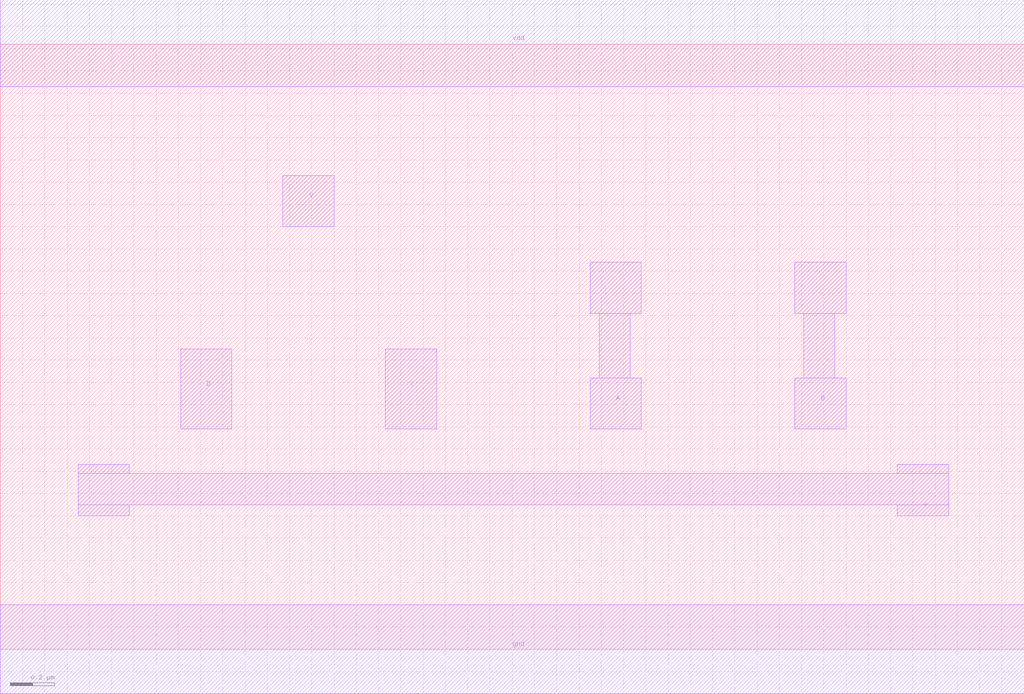
<source format=lef>
VERSION 5.7 ;
  NOWIREEXTENSIONATPIN ON ;
  DIVIDERCHAR "/" ;
  BUSBITCHARS "[]" ;
MACRO AOI22X1
  CLASS CORE ;
  FOREIGN AOI22X1 ;
  ORIGIN 0.000 0.000 ;
  SIZE 4.600 BY 2.720 ;
  SYMMETRY X Y R90 ;
  SITE unithd ;
  PIN vdd
    DIRECTION INOUT ;
    USE POWER ;
    SHAPE ABUTMENT ;
    PORT
      LAYER met2 ;
        RECT 0.000 2.530 4.600 2.920 ;
    END
  END vdd
  PIN gnd
    DIRECTION INOUT ;
    USE GROUND ;
    SHAPE ABUTMENT ;
    PORT
      LAYER met2 ;
        RECT 0.000 -0.200 4.600 0.200 ;
    END
  END gnd
  PIN Y
    DIRECTION INOUT ;
    USE SIGNAL ;
    SHAPE ABUTMENT ;
    PORT
      LAYER met2 ;
        RECT 1.270 1.900 1.500 2.130 ;
    END
    PORT
      LAYER met2 ;
        RECT 0.350 0.790 0.580 0.830 ;
        RECT 4.030 0.790 4.260 0.830 ;
        RECT 0.350 0.650 4.260 0.790 ;
        RECT 0.350 0.600 0.580 0.650 ;
        RECT 4.030 0.600 4.260 0.650 ;
    END
  END Y
  PIN C
    DIRECTION INOUT ;
    USE SIGNAL ;
    SHAPE ABUTMENT ;
    PORT
      LAYER met2 ;
        RECT 1.730 0.990 1.960 1.350 ;
    END
  END C
  PIN B
    DIRECTION INOUT ;
    USE SIGNAL ;
    SHAPE ABUTMENT ;
    PORT
      LAYER met2 ;
        RECT 3.570 1.510 3.800 1.740 ;
        RECT 3.610 1.220 3.750 1.510 ;
        RECT 3.570 0.990 3.800 1.220 ;
    END
  END B
  PIN D
    DIRECTION INOUT ;
    USE SIGNAL ;
    SHAPE ABUTMENT ;
    PORT
      LAYER met2 ;
        RECT 0.810 0.990 1.040 1.350 ;
    END
  END D
  PIN A
    DIRECTION INOUT ;
    USE SIGNAL ;
    SHAPE ABUTMENT ;
    PORT
      LAYER met2 ;
        RECT 2.650 1.510 2.880 1.740 ;
        RECT 2.690 1.220 2.830 1.510 ;
        RECT 2.650 0.990 2.880 1.220 ;
    END
  END A
END AOI22X1
END LIBRARY


</source>
